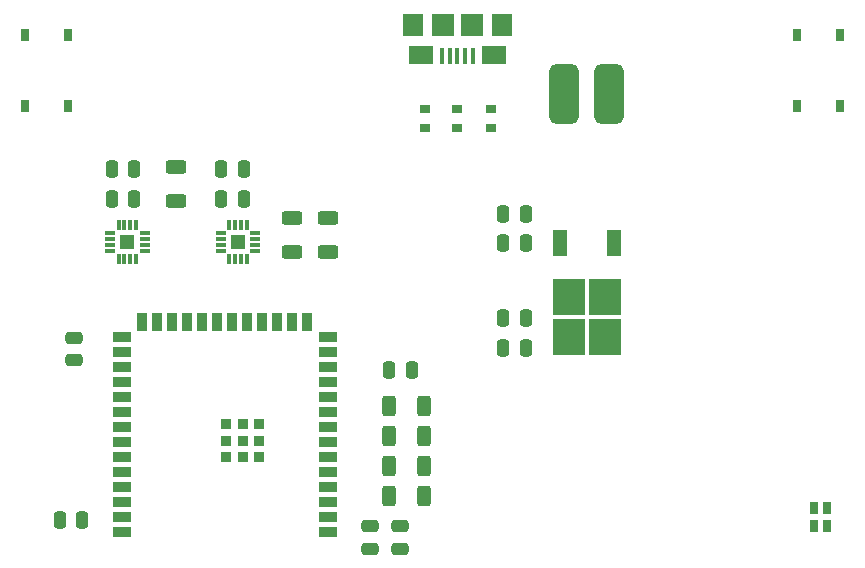
<source format=gtp>
G04 #@! TF.GenerationSoftware,KiCad,Pcbnew,(6.0.9)*
G04 #@! TF.CreationDate,2023-01-08T15:26:06-05:00*
G04 #@! TF.ProjectId,v1-USMX,76312d55-534d-4582-9e6b-696361645f70,rev?*
G04 #@! TF.SameCoordinates,Original*
G04 #@! TF.FileFunction,Paste,Top*
G04 #@! TF.FilePolarity,Positive*
%FSLAX46Y46*%
G04 Gerber Fmt 4.6, Leading zero omitted, Abs format (unit mm)*
G04 Created by KiCad (PCBNEW (6.0.9)) date 2023-01-08 15:26:06*
%MOMM*%
%LPD*%
G01*
G04 APERTURE LIST*
G04 Aperture macros list*
%AMRoundRect*
0 Rectangle with rounded corners*
0 $1 Rounding radius*
0 $2 $3 $4 $5 $6 $7 $8 $9 X,Y pos of 4 corners*
0 Add a 4 corners polygon primitive as box body*
4,1,4,$2,$3,$4,$5,$6,$7,$8,$9,$2,$3,0*
0 Add four circle primitives for the rounded corners*
1,1,$1+$1,$2,$3*
1,1,$1+$1,$4,$5*
1,1,$1+$1,$6,$7*
1,1,$1+$1,$8,$9*
0 Add four rect primitives between the rounded corners*
20,1,$1+$1,$2,$3,$4,$5,0*
20,1,$1+$1,$4,$5,$6,$7,0*
20,1,$1+$1,$6,$7,$8,$9,0*
20,1,$1+$1,$8,$9,$2,$3,0*%
G04 Aperture macros list end*
%ADD10RoundRect,0.250000X0.250000X0.475000X-0.250000X0.475000X-0.250000X-0.475000X0.250000X-0.475000X0*%
%ADD11RoundRect,0.250000X-0.625000X0.312500X-0.625000X-0.312500X0.625000X-0.312500X0.625000X0.312500X0*%
%ADD12R,0.400000X1.350000*%
%ADD13R,2.100000X1.600000*%
%ADD14R,1.800000X1.900000*%
%ADD15R,1.900000X1.900000*%
%ADD16R,0.850000X0.300000*%
%ADD17R,0.300000X0.850000*%
%ADD18R,1.250000X1.250000*%
%ADD19R,1.500000X0.900000*%
%ADD20R,0.900000X1.500000*%
%ADD21R,0.900000X0.900000*%
%ADD22RoundRect,0.250000X0.475000X-0.250000X0.475000X0.250000X-0.475000X0.250000X-0.475000X-0.250000X0*%
%ADD23RoundRect,0.635000X0.635000X-1.905000X0.635000X1.905000X-0.635000X1.905000X-0.635000X-1.905000X0*%
%ADD24RoundRect,0.250000X-0.250000X-0.475000X0.250000X-0.475000X0.250000X0.475000X-0.250000X0.475000X0*%
%ADD25R,0.700000X1.000000*%
%ADD26RoundRect,0.250000X0.312500X0.625000X-0.312500X0.625000X-0.312500X-0.625000X0.312500X-0.625000X0*%
%ADD27R,0.950000X0.800000*%
%ADD28RoundRect,0.250000X-0.312500X-0.625000X0.312500X-0.625000X0.312500X0.625000X-0.312500X0.625000X0*%
%ADD29RoundRect,0.250000X-0.475000X0.250000X-0.475000X-0.250000X0.475000X-0.250000X0.475000X0.250000X0*%
%ADD30R,2.750000X3.050000*%
%ADD31R,1.200000X2.200000*%
%ADD32R,0.800000X1.000000*%
G04 APERTURE END LIST*
D10*
X155890000Y-100965000D03*
X153990000Y-100965000D03*
D11*
X126238000Y-94549500D03*
X126238000Y-97474500D03*
D12*
X151404000Y-85205600D03*
X150754000Y-85205600D03*
X150104000Y-85205600D03*
X149454000Y-85205600D03*
X148804000Y-85205600D03*
D13*
X153204000Y-85080600D03*
X147004000Y-85080600D03*
D14*
X153904000Y-82530600D03*
X146304000Y-82530600D03*
D15*
X151304000Y-82530600D03*
X148904000Y-82530600D03*
D16*
X133000000Y-101634000D03*
X133000000Y-101134000D03*
X133000000Y-100634000D03*
X133000000Y-100134000D03*
D17*
X132300000Y-99434000D03*
X131800000Y-99434000D03*
X131300000Y-99434000D03*
X130800000Y-99434000D03*
D16*
X130100000Y-100134000D03*
X130100000Y-100634000D03*
X130100000Y-101134000D03*
X130100000Y-101634000D03*
D17*
X130800000Y-102334000D03*
X131300000Y-102334000D03*
X131800000Y-102334000D03*
X132300000Y-102334000D03*
D18*
X131550000Y-100884000D03*
D19*
X139170000Y-125476000D03*
X139170000Y-124206000D03*
X139170000Y-122936000D03*
X139170000Y-121666000D03*
X139170000Y-120396000D03*
X139170000Y-119126000D03*
X139170000Y-117856000D03*
X139170000Y-116586000D03*
X139170000Y-115316000D03*
X139170000Y-114046000D03*
X139170000Y-112776000D03*
X139170000Y-111506000D03*
X139170000Y-110236000D03*
X139170000Y-108966000D03*
D20*
X137405000Y-107716000D03*
X136135000Y-107716000D03*
X134865000Y-107716000D03*
X133595000Y-107716000D03*
X132325000Y-107716000D03*
X131055000Y-107716000D03*
X129785000Y-107716000D03*
X128515000Y-107716000D03*
X127245000Y-107716000D03*
X125975000Y-107716000D03*
X124705000Y-107716000D03*
X123435000Y-107716000D03*
D19*
X121670000Y-108966000D03*
X121670000Y-110236000D03*
X121670000Y-111506000D03*
X121670000Y-112776000D03*
X121670000Y-114046000D03*
X121670000Y-115316000D03*
X121670000Y-116586000D03*
X121670000Y-117856000D03*
X121670000Y-119126000D03*
X121670000Y-120396000D03*
X121670000Y-121666000D03*
X121670000Y-122936000D03*
X121670000Y-124206000D03*
X121670000Y-125476000D03*
D21*
X131920000Y-117756000D03*
X133320000Y-116356000D03*
X130520000Y-119156000D03*
X130520000Y-116356000D03*
X130520000Y-117756000D03*
X133320000Y-119156000D03*
X131920000Y-116356000D03*
X131920000Y-119156000D03*
X133320000Y-117756000D03*
D22*
X117602000Y-110932000D03*
X117602000Y-109032000D03*
D10*
X155890000Y-109855000D03*
X153990000Y-109855000D03*
D11*
X136122000Y-98847500D03*
X136122000Y-101772500D03*
D23*
X159131000Y-88392000D03*
X162941000Y-88392000D03*
D10*
X155890000Y-107315000D03*
X153990000Y-107315000D03*
D11*
X139170000Y-98847500D03*
X139170000Y-101772500D03*
D24*
X130092000Y-97262000D03*
X131992000Y-97262000D03*
D25*
X113466000Y-89360000D03*
X113466000Y-83360000D03*
X117166000Y-89360000D03*
X117166000Y-83360000D03*
D10*
X118342000Y-124460000D03*
X116442000Y-124460000D03*
X122757000Y-94722000D03*
X120857000Y-94722000D03*
D25*
X178825000Y-89375000D03*
X178825000Y-83375000D03*
X182525000Y-89375000D03*
X182525000Y-83375000D03*
D16*
X123606000Y-101634000D03*
X123606000Y-101134000D03*
X123606000Y-100634000D03*
X123606000Y-100134000D03*
D17*
X122906000Y-99434000D03*
X122406000Y-99434000D03*
X121906000Y-99434000D03*
X121406000Y-99434000D03*
D16*
X120706000Y-100134000D03*
X120706000Y-100634000D03*
X120706000Y-101134000D03*
X120706000Y-101634000D03*
D17*
X121406000Y-102334000D03*
X121906000Y-102334000D03*
X122406000Y-102334000D03*
X122906000Y-102334000D03*
D18*
X122156000Y-100884000D03*
D26*
X147236500Y-122428000D03*
X144311500Y-122428000D03*
D27*
X147320000Y-89624000D03*
X147320000Y-91224000D03*
D10*
X122757000Y-97262000D03*
X120857000Y-97262000D03*
D28*
X144311500Y-117348000D03*
X147236500Y-117348000D03*
D29*
X145266000Y-124968000D03*
X145266000Y-126868000D03*
D30*
X159511000Y-108931000D03*
X162561000Y-105581000D03*
X162561000Y-108931000D03*
X159511000Y-105581000D03*
D31*
X163316000Y-100956000D03*
X158756000Y-100956000D03*
D27*
X152908000Y-89624000D03*
X152908000Y-91224000D03*
D24*
X130092000Y-94722000D03*
X131992000Y-94722000D03*
D10*
X146238000Y-111760000D03*
X144338000Y-111760000D03*
D29*
X142726000Y-124968000D03*
X142726000Y-126868000D03*
D28*
X144311500Y-114808000D03*
X147236500Y-114808000D03*
D10*
X155890000Y-98552000D03*
X153990000Y-98552000D03*
D27*
X150104000Y-89624000D03*
X150104000Y-91224000D03*
D28*
X144311500Y-119888000D03*
X147236500Y-119888000D03*
D32*
X181398000Y-123456000D03*
X181398000Y-124956000D03*
X180298000Y-124956000D03*
X180298000Y-123456000D03*
M02*

</source>
